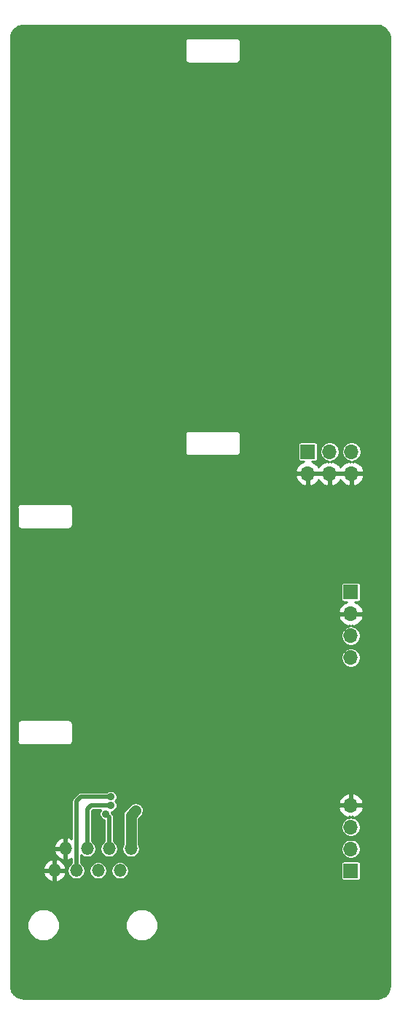
<source format=gbr>
G04 #@! TF.GenerationSoftware,KiCad,Pcbnew,5.0.2-bee76a0~70~ubuntu18.04.1*
G04 #@! TF.CreationDate,2019-09-06T11:27:55+02:00*
G04 #@! TF.ProjectId,sensor_board,73656e73-6f72-45f6-926f-6172642e6b69,1.0*
G04 #@! TF.SameCoordinates,Original*
G04 #@! TF.FileFunction,Copper,L4,Bot*
G04 #@! TF.FilePolarity,Positive*
%FSLAX46Y46*%
G04 Gerber Fmt 4.6, Leading zero omitted, Abs format (unit mm)*
G04 Created by KiCad (PCBNEW 5.0.2-bee76a0~70~ubuntu18.04.1) date vie 06 sep 2019 11:27:55 CEST*
%MOMM*%
%LPD*%
G01*
G04 APERTURE LIST*
G04 #@! TA.AperFunction,ComponentPad*
%ADD10O,1.700000X1.700000*%
G04 #@! TD*
G04 #@! TA.AperFunction,ComponentPad*
%ADD11R,1.700000X1.700000*%
G04 #@! TD*
G04 #@! TA.AperFunction,ComponentPad*
%ADD12O,1.496060X1.496060*%
G04 #@! TD*
G04 #@! TA.AperFunction,ViaPad*
%ADD13C,0.876300*%
G04 #@! TD*
G04 #@! TA.AperFunction,Conductor*
%ADD14C,1.270000*%
G04 #@! TD*
G04 #@! TA.AperFunction,Conductor*
%ADD15C,0.508000*%
G04 #@! TD*
G04 #@! TA.AperFunction,Conductor*
%ADD16C,0.254000*%
G04 #@! TD*
G04 APERTURE END LIST*
D10*
G04 #@! TO.P,J2,4*
G04 #@! TO.N,/RXD2*
X155000000Y-118920000D03*
G04 #@! TO.P,J2,3*
G04 #@! TO.N,/TXD2*
X155000000Y-116380000D03*
G04 #@! TO.P,J2,2*
G04 #@! TO.N,GND*
X155000000Y-113840000D03*
D11*
G04 #@! TO.P,J2,1*
G04 #@! TO.N,+5V*
X155000000Y-111300000D03*
G04 #@! TD*
G04 #@! TO.P,J3,1*
G04 #@! TO.N,+3V3*
X155000000Y-143700000D03*
D10*
G04 #@! TO.P,J3,2*
G04 #@! TO.N,/I2C_SCL*
X155000000Y-141160000D03*
G04 #@! TO.P,J3,3*
G04 #@! TO.N,/I2C_SDA*
X155000000Y-138620000D03*
G04 #@! TO.P,J3,4*
G04 #@! TO.N,GND*
X155000000Y-136080000D03*
G04 #@! TD*
D12*
G04 #@! TO.P,J4,8*
G04 #@! TO.N,+5V*
X129445000Y-141110000D03*
G04 #@! TO.P,J4,7*
G04 #@! TO.N,+3V3*
X128175000Y-143650000D03*
G04 #@! TO.P,J4,6*
G04 #@! TO.N,/I2C_SDA*
X126905000Y-141110000D03*
G04 #@! TO.P,J4,4*
G04 #@! TO.N,/RXD2*
X124365000Y-141110000D03*
G04 #@! TO.P,J4,2*
G04 #@! TO.N,GND*
X121825000Y-141110000D03*
G04 #@! TO.P,J4,5*
G04 #@! TO.N,/I2C_SCL*
X125635000Y-143650000D03*
G04 #@! TO.P,J4,3*
G04 #@! TO.N,/TXD2*
X123095000Y-143650000D03*
G04 #@! TO.P,J4,1*
G04 #@! TO.N,GND*
X120555000Y-143650000D03*
G04 #@! TD*
D11*
G04 #@! TO.P,J5,1*
G04 #@! TO.N,+5V*
X150000000Y-95000000D03*
D10*
G04 #@! TO.P,J5,2*
G04 #@! TO.N,GND*
X150000000Y-97540000D03*
G04 #@! TO.P,J5,3*
G04 #@! TO.N,/I2C_SDA*
X152540000Y-95000000D03*
G04 #@! TO.P,J5,4*
G04 #@! TO.N,GND*
X152540000Y-97540000D03*
G04 #@! TO.P,J5,5*
G04 #@! TO.N,/I2C_SCL*
X155080000Y-95000000D03*
G04 #@! TO.P,J5,6*
G04 #@! TO.N,GND*
X155080000Y-97540000D03*
G04 #@! TD*
D13*
G04 #@! TO.N,+5V*
X130000000Y-136700000D03*
G04 #@! TO.N,/RXD2*
X127119150Y-136100000D03*
G04 #@! TO.N,/TXD2*
X127119150Y-135096697D03*
G04 #@! TO.N,/I2C_SDA*
X126500000Y-137080850D03*
G04 #@! TD*
D14*
G04 #@! TO.N,+5V*
X129445000Y-141110000D02*
X129445000Y-137255000D01*
X129445000Y-137255000D02*
X130000000Y-136700000D01*
D15*
G04 #@! TO.N,/RXD2*
X124365000Y-141110000D02*
X124365000Y-136535000D01*
X124365000Y-136535000D02*
X124800000Y-136100000D01*
X124800000Y-136100000D02*
X127119150Y-136100000D01*
G04 #@! TO.N,/TXD2*
X123095000Y-143650000D02*
X123095000Y-135605000D01*
X123095000Y-135605000D02*
X123603303Y-135096697D01*
X123603303Y-135096697D02*
X127119150Y-135096697D01*
G04 #@! TO.N,/I2C_SDA*
X126905000Y-141110000D02*
X126905000Y-137485850D01*
X126905000Y-137485850D02*
X126500000Y-137080850D01*
G04 #@! TD*
D16*
G04 #@! TO.N,GND*
G36*
X158428101Y-45536003D02*
X158821792Y-45715003D01*
X159149416Y-45997303D01*
X159384640Y-46360210D01*
X159513207Y-46790109D01*
X159530100Y-47017437D01*
X159530101Y-156966518D01*
X159463997Y-157428101D01*
X159284997Y-157821793D01*
X159002699Y-158149415D01*
X158639792Y-158384639D01*
X158209891Y-158513207D01*
X157982563Y-158530100D01*
X117033475Y-158530100D01*
X116571899Y-158463997D01*
X116178207Y-158284997D01*
X115850585Y-158002699D01*
X115615361Y-157639792D01*
X115486793Y-157209891D01*
X115469900Y-156982563D01*
X115469900Y-149626377D01*
X117406670Y-149626377D01*
X117406670Y-150373623D01*
X117692628Y-151063989D01*
X118221011Y-151592372D01*
X118911377Y-151878330D01*
X119658623Y-151878330D01*
X120348989Y-151592372D01*
X120877372Y-151063989D01*
X121163330Y-150373623D01*
X121163330Y-149626377D01*
X128836670Y-149626377D01*
X128836670Y-150373623D01*
X129122628Y-151063989D01*
X129651011Y-151592372D01*
X130341377Y-151878330D01*
X131088623Y-151878330D01*
X131778989Y-151592372D01*
X132307372Y-151063989D01*
X132593330Y-150373623D01*
X132593330Y-149626377D01*
X132307372Y-148936011D01*
X131778989Y-148407628D01*
X131088623Y-148121670D01*
X130341377Y-148121670D01*
X129651011Y-148407628D01*
X129122628Y-148936011D01*
X128836670Y-149626377D01*
X121163330Y-149626377D01*
X120877372Y-148936011D01*
X120348989Y-148407628D01*
X119658623Y-148121670D01*
X118911377Y-148121670D01*
X118221011Y-148407628D01*
X117692628Y-148936011D01*
X117406670Y-149626377D01*
X115469900Y-149626377D01*
X115469900Y-143990876D01*
X119214636Y-143990876D01*
X119366176Y-144356751D01*
X119727132Y-144757896D01*
X120214123Y-144990374D01*
X120428000Y-144868447D01*
X120428000Y-143777000D01*
X120682000Y-143777000D01*
X120682000Y-144868447D01*
X120895877Y-144990374D01*
X121382868Y-144757896D01*
X121743824Y-144356751D01*
X121895364Y-143990876D01*
X121772675Y-143777000D01*
X120682000Y-143777000D01*
X120428000Y-143777000D01*
X119337325Y-143777000D01*
X119214636Y-143990876D01*
X115469900Y-143990876D01*
X115469900Y-143309124D01*
X119214636Y-143309124D01*
X119337325Y-143523000D01*
X120428000Y-143523000D01*
X120428000Y-142431553D01*
X120682000Y-142431553D01*
X120682000Y-143523000D01*
X121772675Y-143523000D01*
X121895364Y-143309124D01*
X121743824Y-142943249D01*
X121382868Y-142542104D01*
X120895877Y-142309626D01*
X120682000Y-142431553D01*
X120428000Y-142431553D01*
X120214123Y-142309626D01*
X119727132Y-142542104D01*
X119366176Y-142943249D01*
X119214636Y-143309124D01*
X115469900Y-143309124D01*
X115469900Y-141450876D01*
X120484636Y-141450876D01*
X120636176Y-141816751D01*
X120997132Y-142217896D01*
X121484123Y-142450374D01*
X121698000Y-142328447D01*
X121698000Y-141237000D01*
X120607325Y-141237000D01*
X120484636Y-141450876D01*
X115469900Y-141450876D01*
X115469900Y-140769124D01*
X120484636Y-140769124D01*
X120607325Y-140983000D01*
X121698000Y-140983000D01*
X121698000Y-139891553D01*
X121952000Y-139891553D01*
X121952000Y-140983000D01*
X121972000Y-140983000D01*
X121972000Y-141237000D01*
X121952000Y-141237000D01*
X121952000Y-142328447D01*
X122165877Y-142450374D01*
X122561600Y-142261465D01*
X122561600Y-142770728D01*
X122354265Y-142909265D01*
X122127183Y-143249117D01*
X122047442Y-143650000D01*
X122127183Y-144050883D01*
X122354265Y-144390735D01*
X122694117Y-144617817D01*
X122993810Y-144677430D01*
X123196190Y-144677430D01*
X123495883Y-144617817D01*
X123835735Y-144390735D01*
X124062817Y-144050883D01*
X124142558Y-143650000D01*
X124587442Y-143650000D01*
X124667183Y-144050883D01*
X124894265Y-144390735D01*
X125234117Y-144617817D01*
X125533810Y-144677430D01*
X125736190Y-144677430D01*
X126035883Y-144617817D01*
X126375735Y-144390735D01*
X126602817Y-144050883D01*
X126682558Y-143650000D01*
X127127442Y-143650000D01*
X127207183Y-144050883D01*
X127434265Y-144390735D01*
X127774117Y-144617817D01*
X128073810Y-144677430D01*
X128276190Y-144677430D01*
X128575883Y-144617817D01*
X128915735Y-144390735D01*
X129142817Y-144050883D01*
X129222558Y-143650000D01*
X129142817Y-143249117D01*
X128915735Y-142909265D01*
X128827039Y-142850000D01*
X153865127Y-142850000D01*
X153865127Y-144550000D01*
X153886812Y-144659016D01*
X153948564Y-144751436D01*
X154040984Y-144813188D01*
X154150000Y-144834873D01*
X155850000Y-144834873D01*
X155959016Y-144813188D01*
X156051436Y-144751436D01*
X156113188Y-144659016D01*
X156134873Y-144550000D01*
X156134873Y-142850000D01*
X156113188Y-142740984D01*
X156051436Y-142648564D01*
X155959016Y-142586812D01*
X155850000Y-142565127D01*
X154150000Y-142565127D01*
X154040984Y-142586812D01*
X153948564Y-142648564D01*
X153886812Y-142740984D01*
X153865127Y-142850000D01*
X128827039Y-142850000D01*
X128575883Y-142682183D01*
X128276190Y-142622570D01*
X128073810Y-142622570D01*
X127774117Y-142682183D01*
X127434265Y-142909265D01*
X127207183Y-143249117D01*
X127127442Y-143650000D01*
X126682558Y-143650000D01*
X126602817Y-143249117D01*
X126375735Y-142909265D01*
X126035883Y-142682183D01*
X125736190Y-142622570D01*
X125533810Y-142622570D01*
X125234117Y-142682183D01*
X124894265Y-142909265D01*
X124667183Y-143249117D01*
X124587442Y-143650000D01*
X124142558Y-143650000D01*
X124062817Y-143249117D01*
X123835735Y-142909265D01*
X123628400Y-142770728D01*
X123628400Y-141853498D01*
X123964117Y-142077817D01*
X124263810Y-142137430D01*
X124466190Y-142137430D01*
X124765883Y-142077817D01*
X125105735Y-141850735D01*
X125332817Y-141510883D01*
X125412558Y-141110000D01*
X125332817Y-140709117D01*
X125105735Y-140369265D01*
X124898400Y-140230728D01*
X124898400Y-136755940D01*
X125020941Y-136633400D01*
X125932680Y-136633400D01*
X125891690Y-136674390D01*
X125782450Y-136938120D01*
X125782450Y-137223580D01*
X125891690Y-137487310D01*
X126093540Y-137689160D01*
X126357270Y-137798400D01*
X126371601Y-137798400D01*
X126371600Y-140230728D01*
X126164265Y-140369265D01*
X125937183Y-140709117D01*
X125857442Y-141110000D01*
X125937183Y-141510883D01*
X126164265Y-141850735D01*
X126504117Y-142077817D01*
X126803810Y-142137430D01*
X127006190Y-142137430D01*
X127305883Y-142077817D01*
X127645735Y-141850735D01*
X127872817Y-141510883D01*
X127952558Y-141110000D01*
X128397442Y-141110000D01*
X128477183Y-141510883D01*
X128704265Y-141850735D01*
X129044117Y-142077817D01*
X129343810Y-142137430D01*
X129546190Y-142137430D01*
X129845883Y-142077817D01*
X130185735Y-141850735D01*
X130412817Y-141510883D01*
X130482612Y-141160000D01*
X153848474Y-141160000D01*
X153936129Y-141600670D01*
X154185748Y-141974252D01*
X154559330Y-142223871D01*
X154888765Y-142289400D01*
X155111235Y-142289400D01*
X155440670Y-142223871D01*
X155814252Y-141974252D01*
X156063871Y-141600670D01*
X156151526Y-141160000D01*
X156063871Y-140719330D01*
X155814252Y-140345748D01*
X155440670Y-140096129D01*
X155111235Y-140030600D01*
X154888765Y-140030600D01*
X154559330Y-140096129D01*
X154185748Y-140345748D01*
X153936129Y-140719330D01*
X153848474Y-141160000D01*
X130482612Y-141160000D01*
X130492558Y-141110000D01*
X130412817Y-140709117D01*
X130359400Y-140629173D01*
X130359400Y-137633756D01*
X130710260Y-137282896D01*
X130861346Y-137056781D01*
X130932314Y-136700000D01*
X130879979Y-136436890D01*
X153558524Y-136436890D01*
X153728355Y-136846924D01*
X154118642Y-137275183D01*
X154643108Y-137521486D01*
X154872998Y-137400820D01*
X154872998Y-137493736D01*
X154559330Y-137556129D01*
X154185748Y-137805748D01*
X153936129Y-138179330D01*
X153848474Y-138620000D01*
X153936129Y-139060670D01*
X154185748Y-139434252D01*
X154559330Y-139683871D01*
X154888765Y-139749400D01*
X155111235Y-139749400D01*
X155440670Y-139683871D01*
X155814252Y-139434252D01*
X156063871Y-139060670D01*
X156151526Y-138620000D01*
X156063871Y-138179330D01*
X155814252Y-137805748D01*
X155440670Y-137556129D01*
X155127002Y-137493736D01*
X155127002Y-137400820D01*
X155356892Y-137521486D01*
X155881358Y-137275183D01*
X156271645Y-136846924D01*
X156441476Y-136436890D01*
X156320155Y-136207000D01*
X155127000Y-136207000D01*
X155127000Y-136227000D01*
X154873000Y-136227000D01*
X154873000Y-136207000D01*
X153679845Y-136207000D01*
X153558524Y-136436890D01*
X130879979Y-136436890D01*
X130861346Y-136343219D01*
X130659245Y-136040755D01*
X130356781Y-135838654D01*
X130000000Y-135767686D01*
X129643219Y-135838654D01*
X129417104Y-135989740D01*
X128862106Y-136544738D01*
X128785755Y-136595754D01*
X128583655Y-136898219D01*
X128512686Y-137255000D01*
X128530601Y-137345063D01*
X128530600Y-140629173D01*
X128477183Y-140709117D01*
X128397442Y-141110000D01*
X127952558Y-141110000D01*
X127872817Y-140709117D01*
X127645735Y-140369265D01*
X127438400Y-140230728D01*
X127438400Y-137538375D01*
X127448848Y-137485849D01*
X127438400Y-137433323D01*
X127438400Y-137433319D01*
X127407451Y-137277728D01*
X127371270Y-137223580D01*
X127319315Y-137145823D01*
X127319313Y-137145821D01*
X127289559Y-137101291D01*
X127245028Y-137071536D01*
X127217550Y-137044058D01*
X127217550Y-136938120D01*
X127167609Y-136817550D01*
X127261880Y-136817550D01*
X127525610Y-136708310D01*
X127727460Y-136506460D01*
X127836700Y-136242730D01*
X127836700Y-135957270D01*
X127739709Y-135723110D01*
X153558524Y-135723110D01*
X153679845Y-135953000D01*
X154873000Y-135953000D01*
X154873000Y-134759181D01*
X155127000Y-134759181D01*
X155127000Y-135953000D01*
X156320155Y-135953000D01*
X156441476Y-135723110D01*
X156271645Y-135313076D01*
X155881358Y-134884817D01*
X155356892Y-134638514D01*
X155127000Y-134759181D01*
X154873000Y-134759181D01*
X154643108Y-134638514D01*
X154118642Y-134884817D01*
X153728355Y-135313076D01*
X153558524Y-135723110D01*
X127739709Y-135723110D01*
X127727460Y-135693540D01*
X127632269Y-135598349D01*
X127727460Y-135503157D01*
X127836700Y-135239427D01*
X127836700Y-134953967D01*
X127727460Y-134690237D01*
X127525610Y-134488387D01*
X127261880Y-134379147D01*
X126976420Y-134379147D01*
X126712690Y-134488387D01*
X126637780Y-134563297D01*
X123655829Y-134563297D01*
X123603303Y-134552849D01*
X123550777Y-134563297D01*
X123550772Y-134563297D01*
X123395181Y-134594246D01*
X123218744Y-134712138D01*
X123188987Y-134756672D01*
X122754975Y-135190685D01*
X122710442Y-135220441D01*
X122680686Y-135264974D01*
X122680685Y-135264975D01*
X122592550Y-135396878D01*
X122551152Y-135605000D01*
X122561601Y-135657531D01*
X122561600Y-139958535D01*
X122165877Y-139769626D01*
X121952000Y-139891553D01*
X121698000Y-139891553D01*
X121484123Y-139769626D01*
X120997132Y-140002104D01*
X120636176Y-140403249D01*
X120484636Y-140769124D01*
X115469900Y-140769124D01*
X115469900Y-126600000D01*
X116220895Y-126600000D01*
X116230100Y-126646277D01*
X116230101Y-128553719D01*
X116220895Y-128600000D01*
X116257365Y-128783346D01*
X116361222Y-128938778D01*
X116516654Y-129042635D01*
X116653724Y-129069900D01*
X116700000Y-129079105D01*
X116746276Y-129069900D01*
X122153724Y-129069900D01*
X122200000Y-129079105D01*
X122246276Y-129069900D01*
X122383346Y-129042635D01*
X122538778Y-128938778D01*
X122642635Y-128783346D01*
X122679105Y-128600000D01*
X122669900Y-128553724D01*
X122669900Y-126646276D01*
X122679105Y-126600000D01*
X122642635Y-126416654D01*
X122538778Y-126261222D01*
X122383346Y-126157365D01*
X122246276Y-126130100D01*
X122200000Y-126120895D01*
X122153724Y-126130100D01*
X116746276Y-126130100D01*
X116700000Y-126120895D01*
X116653724Y-126130100D01*
X116516654Y-126157365D01*
X116361222Y-126261222D01*
X116257365Y-126416654D01*
X116220895Y-126600000D01*
X115469900Y-126600000D01*
X115469900Y-118920000D01*
X153848474Y-118920000D01*
X153936129Y-119360670D01*
X154185748Y-119734252D01*
X154559330Y-119983871D01*
X154888765Y-120049400D01*
X155111235Y-120049400D01*
X155440670Y-119983871D01*
X155814252Y-119734252D01*
X156063871Y-119360670D01*
X156151526Y-118920000D01*
X156063871Y-118479330D01*
X155814252Y-118105748D01*
X155440670Y-117856129D01*
X155111235Y-117790600D01*
X154888765Y-117790600D01*
X154559330Y-117856129D01*
X154185748Y-118105748D01*
X153936129Y-118479330D01*
X153848474Y-118920000D01*
X115469900Y-118920000D01*
X115469900Y-114196890D01*
X153558524Y-114196890D01*
X153728355Y-114606924D01*
X154118642Y-115035183D01*
X154643108Y-115281486D01*
X154872998Y-115160820D01*
X154872998Y-115253736D01*
X154559330Y-115316129D01*
X154185748Y-115565748D01*
X153936129Y-115939330D01*
X153848474Y-116380000D01*
X153936129Y-116820670D01*
X154185748Y-117194252D01*
X154559330Y-117443871D01*
X154888765Y-117509400D01*
X155111235Y-117509400D01*
X155440670Y-117443871D01*
X155814252Y-117194252D01*
X156063871Y-116820670D01*
X156151526Y-116380000D01*
X156063871Y-115939330D01*
X155814252Y-115565748D01*
X155440670Y-115316129D01*
X155127002Y-115253736D01*
X155127002Y-115160820D01*
X155356892Y-115281486D01*
X155881358Y-115035183D01*
X156271645Y-114606924D01*
X156441476Y-114196890D01*
X156320155Y-113967000D01*
X155127000Y-113967000D01*
X155127000Y-113987000D01*
X154873000Y-113987000D01*
X154873000Y-113967000D01*
X153679845Y-113967000D01*
X153558524Y-114196890D01*
X115469900Y-114196890D01*
X115469900Y-113483110D01*
X153558524Y-113483110D01*
X153679845Y-113713000D01*
X154873000Y-113713000D01*
X154873000Y-113693000D01*
X155127000Y-113693000D01*
X155127000Y-113713000D01*
X156320155Y-113713000D01*
X156441476Y-113483110D01*
X156271645Y-113073076D01*
X155881358Y-112644817D01*
X155434313Y-112434873D01*
X155850000Y-112434873D01*
X155959016Y-112413188D01*
X156051436Y-112351436D01*
X156113188Y-112259016D01*
X156134873Y-112150000D01*
X156134873Y-110450000D01*
X156113188Y-110340984D01*
X156051436Y-110248564D01*
X155959016Y-110186812D01*
X155850000Y-110165127D01*
X154150000Y-110165127D01*
X154040984Y-110186812D01*
X153948564Y-110248564D01*
X153886812Y-110340984D01*
X153865127Y-110450000D01*
X153865127Y-112150000D01*
X153886812Y-112259016D01*
X153948564Y-112351436D01*
X154040984Y-112413188D01*
X154150000Y-112434873D01*
X154565687Y-112434873D01*
X154118642Y-112644817D01*
X153728355Y-113073076D01*
X153558524Y-113483110D01*
X115469900Y-113483110D01*
X115469900Y-101500000D01*
X116220895Y-101500000D01*
X116230100Y-101546277D01*
X116230101Y-103453719D01*
X116220895Y-103500000D01*
X116257365Y-103683346D01*
X116361222Y-103838778D01*
X116516654Y-103942635D01*
X116653724Y-103969900D01*
X116700000Y-103979105D01*
X116746276Y-103969900D01*
X122153724Y-103969900D01*
X122200000Y-103979105D01*
X122246276Y-103969900D01*
X122383346Y-103942635D01*
X122538778Y-103838778D01*
X122642635Y-103683346D01*
X122679105Y-103500000D01*
X122669900Y-103453724D01*
X122669900Y-101546276D01*
X122679105Y-101500000D01*
X122642635Y-101316654D01*
X122538778Y-101161222D01*
X122383346Y-101057365D01*
X122246276Y-101030100D01*
X122200000Y-101020895D01*
X122153724Y-101030100D01*
X116746276Y-101030100D01*
X116700000Y-101020895D01*
X116653724Y-101030100D01*
X116516654Y-101057365D01*
X116361222Y-101161222D01*
X116257365Y-101316654D01*
X116220895Y-101500000D01*
X115469900Y-101500000D01*
X115469900Y-97896892D01*
X148558514Y-97896892D01*
X148804817Y-98421358D01*
X149233076Y-98811645D01*
X149643110Y-98981476D01*
X149873000Y-98860155D01*
X149873000Y-97667000D01*
X150127000Y-97667000D01*
X150127000Y-98860155D01*
X150356890Y-98981476D01*
X150766924Y-98811645D01*
X151195183Y-98421358D01*
X151270000Y-98262046D01*
X151344817Y-98421358D01*
X151773076Y-98811645D01*
X152183110Y-98981476D01*
X152413000Y-98860155D01*
X152413000Y-97667000D01*
X152667000Y-97667000D01*
X152667000Y-98860155D01*
X152896890Y-98981476D01*
X153306924Y-98811645D01*
X153735183Y-98421358D01*
X153810000Y-98262046D01*
X153884817Y-98421358D01*
X154313076Y-98811645D01*
X154723110Y-98981476D01*
X154953000Y-98860155D01*
X154953000Y-97667000D01*
X155207000Y-97667000D01*
X155207000Y-98860155D01*
X155436890Y-98981476D01*
X155846924Y-98811645D01*
X156275183Y-98421358D01*
X156521486Y-97896892D01*
X156400819Y-97667000D01*
X155207000Y-97667000D01*
X154953000Y-97667000D01*
X152667000Y-97667000D01*
X152413000Y-97667000D01*
X150127000Y-97667000D01*
X149873000Y-97667000D01*
X148679181Y-97667000D01*
X148558514Y-97896892D01*
X115469900Y-97896892D01*
X115469900Y-97183108D01*
X148558514Y-97183108D01*
X148679181Y-97413000D01*
X149873000Y-97413000D01*
X149873000Y-97393000D01*
X150127000Y-97393000D01*
X150127000Y-97413000D01*
X152413000Y-97413000D01*
X152413000Y-97393000D01*
X152667000Y-97393000D01*
X152667000Y-97413000D01*
X154953000Y-97413000D01*
X154953000Y-97393000D01*
X155207000Y-97393000D01*
X155207000Y-97413000D01*
X156400819Y-97413000D01*
X156521486Y-97183108D01*
X156275183Y-96658642D01*
X155846924Y-96268355D01*
X155436890Y-96098524D01*
X155207002Y-96219844D01*
X155207002Y-96126264D01*
X155520670Y-96063871D01*
X155894252Y-95814252D01*
X156143871Y-95440670D01*
X156231526Y-95000000D01*
X156143871Y-94559330D01*
X155894252Y-94185748D01*
X155520670Y-93936129D01*
X155191235Y-93870600D01*
X154968765Y-93870600D01*
X154639330Y-93936129D01*
X154265748Y-94185748D01*
X154016129Y-94559330D01*
X153928474Y-95000000D01*
X154016129Y-95440670D01*
X154265748Y-95814252D01*
X154639330Y-96063871D01*
X154952998Y-96126264D01*
X154952998Y-96219844D01*
X154723110Y-96098524D01*
X154313076Y-96268355D01*
X153884817Y-96658642D01*
X153810000Y-96817954D01*
X153735183Y-96658642D01*
X153306924Y-96268355D01*
X152896890Y-96098524D01*
X152667002Y-96219844D01*
X152667002Y-96126264D01*
X152980670Y-96063871D01*
X153354252Y-95814252D01*
X153603871Y-95440670D01*
X153691526Y-95000000D01*
X153603871Y-94559330D01*
X153354252Y-94185748D01*
X152980670Y-93936129D01*
X152651235Y-93870600D01*
X152428765Y-93870600D01*
X152099330Y-93936129D01*
X151725748Y-94185748D01*
X151476129Y-94559330D01*
X151388474Y-95000000D01*
X151476129Y-95440670D01*
X151725748Y-95814252D01*
X152099330Y-96063871D01*
X152412998Y-96126264D01*
X152412998Y-96219844D01*
X152183110Y-96098524D01*
X151773076Y-96268355D01*
X151344817Y-96658642D01*
X151270000Y-96817954D01*
X151195183Y-96658642D01*
X150766924Y-96268355D01*
X150444650Y-96134873D01*
X150850000Y-96134873D01*
X150959016Y-96113188D01*
X151051436Y-96051436D01*
X151113188Y-95959016D01*
X151134873Y-95850000D01*
X151134873Y-94150000D01*
X151113188Y-94040984D01*
X151051436Y-93948564D01*
X150959016Y-93886812D01*
X150850000Y-93865127D01*
X149150000Y-93865127D01*
X149040984Y-93886812D01*
X148948564Y-93948564D01*
X148886812Y-94040984D01*
X148865127Y-94150000D01*
X148865127Y-95850000D01*
X148886812Y-95959016D01*
X148948564Y-96051436D01*
X149040984Y-96113188D01*
X149150000Y-96134873D01*
X149555350Y-96134873D01*
X149233076Y-96268355D01*
X148804817Y-96658642D01*
X148558514Y-97183108D01*
X115469900Y-97183108D01*
X115469900Y-93000000D01*
X135720895Y-93000000D01*
X135730100Y-93046277D01*
X135730101Y-94953719D01*
X135720895Y-95000000D01*
X135757365Y-95183346D01*
X135861222Y-95338778D01*
X136016654Y-95442635D01*
X136153724Y-95469900D01*
X136200000Y-95479105D01*
X136246276Y-95469900D01*
X141653724Y-95469900D01*
X141700000Y-95479105D01*
X141746276Y-95469900D01*
X141883346Y-95442635D01*
X142038778Y-95338778D01*
X142142635Y-95183346D01*
X142179105Y-95000000D01*
X142169900Y-94953724D01*
X142169900Y-93046276D01*
X142179105Y-93000000D01*
X142142635Y-92816654D01*
X142038778Y-92661222D01*
X141883346Y-92557365D01*
X141746276Y-92530100D01*
X141700000Y-92520895D01*
X141653724Y-92530100D01*
X136246276Y-92530100D01*
X136200000Y-92520895D01*
X136153724Y-92530100D01*
X136016654Y-92557365D01*
X135861222Y-92661222D01*
X135757365Y-92816654D01*
X135720895Y-93000000D01*
X115469900Y-93000000D01*
X115469900Y-47400000D01*
X135720895Y-47400000D01*
X135730100Y-47446277D01*
X135730101Y-49353719D01*
X135720895Y-49400000D01*
X135757365Y-49583346D01*
X135861222Y-49738778D01*
X136016654Y-49842635D01*
X136153724Y-49869900D01*
X136200000Y-49879105D01*
X136246276Y-49869900D01*
X141653724Y-49869900D01*
X141700000Y-49879105D01*
X141746276Y-49869900D01*
X141883346Y-49842635D01*
X142038778Y-49738778D01*
X142142635Y-49583346D01*
X142179105Y-49400000D01*
X142169900Y-49353724D01*
X142169900Y-47446276D01*
X142179105Y-47400000D01*
X142142635Y-47216654D01*
X142038778Y-47061222D01*
X141883346Y-46957365D01*
X141746276Y-46930100D01*
X141700000Y-46920895D01*
X141653724Y-46930100D01*
X136246276Y-46930100D01*
X136200000Y-46920895D01*
X136153724Y-46930100D01*
X136016654Y-46957365D01*
X135861222Y-47061222D01*
X135757365Y-47216654D01*
X135720895Y-47400000D01*
X115469900Y-47400000D01*
X115469900Y-47033475D01*
X115536003Y-46571899D01*
X115715003Y-46178208D01*
X115997303Y-45850584D01*
X116360210Y-45615360D01*
X116790109Y-45486793D01*
X117017437Y-45469900D01*
X157966525Y-45469900D01*
X158428101Y-45536003D01*
X158428101Y-45536003D01*
G37*
X158428101Y-45536003D02*
X158821792Y-45715003D01*
X159149416Y-45997303D01*
X159384640Y-46360210D01*
X159513207Y-46790109D01*
X159530100Y-47017437D01*
X159530101Y-156966518D01*
X159463997Y-157428101D01*
X159284997Y-157821793D01*
X159002699Y-158149415D01*
X158639792Y-158384639D01*
X158209891Y-158513207D01*
X157982563Y-158530100D01*
X117033475Y-158530100D01*
X116571899Y-158463997D01*
X116178207Y-158284997D01*
X115850585Y-158002699D01*
X115615361Y-157639792D01*
X115486793Y-157209891D01*
X115469900Y-156982563D01*
X115469900Y-149626377D01*
X117406670Y-149626377D01*
X117406670Y-150373623D01*
X117692628Y-151063989D01*
X118221011Y-151592372D01*
X118911377Y-151878330D01*
X119658623Y-151878330D01*
X120348989Y-151592372D01*
X120877372Y-151063989D01*
X121163330Y-150373623D01*
X121163330Y-149626377D01*
X128836670Y-149626377D01*
X128836670Y-150373623D01*
X129122628Y-151063989D01*
X129651011Y-151592372D01*
X130341377Y-151878330D01*
X131088623Y-151878330D01*
X131778989Y-151592372D01*
X132307372Y-151063989D01*
X132593330Y-150373623D01*
X132593330Y-149626377D01*
X132307372Y-148936011D01*
X131778989Y-148407628D01*
X131088623Y-148121670D01*
X130341377Y-148121670D01*
X129651011Y-148407628D01*
X129122628Y-148936011D01*
X128836670Y-149626377D01*
X121163330Y-149626377D01*
X120877372Y-148936011D01*
X120348989Y-148407628D01*
X119658623Y-148121670D01*
X118911377Y-148121670D01*
X118221011Y-148407628D01*
X117692628Y-148936011D01*
X117406670Y-149626377D01*
X115469900Y-149626377D01*
X115469900Y-143990876D01*
X119214636Y-143990876D01*
X119366176Y-144356751D01*
X119727132Y-144757896D01*
X120214123Y-144990374D01*
X120428000Y-144868447D01*
X120428000Y-143777000D01*
X120682000Y-143777000D01*
X120682000Y-144868447D01*
X120895877Y-144990374D01*
X121382868Y-144757896D01*
X121743824Y-144356751D01*
X121895364Y-143990876D01*
X121772675Y-143777000D01*
X120682000Y-143777000D01*
X120428000Y-143777000D01*
X119337325Y-143777000D01*
X119214636Y-143990876D01*
X115469900Y-143990876D01*
X115469900Y-143309124D01*
X119214636Y-143309124D01*
X119337325Y-143523000D01*
X120428000Y-143523000D01*
X120428000Y-142431553D01*
X120682000Y-142431553D01*
X120682000Y-143523000D01*
X121772675Y-143523000D01*
X121895364Y-143309124D01*
X121743824Y-142943249D01*
X121382868Y-142542104D01*
X120895877Y-142309626D01*
X120682000Y-142431553D01*
X120428000Y-142431553D01*
X120214123Y-142309626D01*
X119727132Y-142542104D01*
X119366176Y-142943249D01*
X119214636Y-143309124D01*
X115469900Y-143309124D01*
X115469900Y-141450876D01*
X120484636Y-141450876D01*
X120636176Y-141816751D01*
X120997132Y-142217896D01*
X121484123Y-142450374D01*
X121698000Y-142328447D01*
X121698000Y-141237000D01*
X120607325Y-141237000D01*
X120484636Y-141450876D01*
X115469900Y-141450876D01*
X115469900Y-140769124D01*
X120484636Y-140769124D01*
X120607325Y-140983000D01*
X121698000Y-140983000D01*
X121698000Y-139891553D01*
X121952000Y-139891553D01*
X121952000Y-140983000D01*
X121972000Y-140983000D01*
X121972000Y-141237000D01*
X121952000Y-141237000D01*
X121952000Y-142328447D01*
X122165877Y-142450374D01*
X122561600Y-142261465D01*
X122561600Y-142770728D01*
X122354265Y-142909265D01*
X122127183Y-143249117D01*
X122047442Y-143650000D01*
X122127183Y-144050883D01*
X122354265Y-144390735D01*
X122694117Y-144617817D01*
X122993810Y-144677430D01*
X123196190Y-144677430D01*
X123495883Y-144617817D01*
X123835735Y-144390735D01*
X124062817Y-144050883D01*
X124142558Y-143650000D01*
X124587442Y-143650000D01*
X124667183Y-144050883D01*
X124894265Y-144390735D01*
X125234117Y-144617817D01*
X125533810Y-144677430D01*
X125736190Y-144677430D01*
X126035883Y-144617817D01*
X126375735Y-144390735D01*
X126602817Y-144050883D01*
X126682558Y-143650000D01*
X127127442Y-143650000D01*
X127207183Y-144050883D01*
X127434265Y-144390735D01*
X127774117Y-144617817D01*
X128073810Y-144677430D01*
X128276190Y-144677430D01*
X128575883Y-144617817D01*
X128915735Y-144390735D01*
X129142817Y-144050883D01*
X129222558Y-143650000D01*
X129142817Y-143249117D01*
X128915735Y-142909265D01*
X128827039Y-142850000D01*
X153865127Y-142850000D01*
X153865127Y-144550000D01*
X153886812Y-144659016D01*
X153948564Y-144751436D01*
X154040984Y-144813188D01*
X154150000Y-144834873D01*
X155850000Y-144834873D01*
X155959016Y-144813188D01*
X156051436Y-144751436D01*
X156113188Y-144659016D01*
X156134873Y-144550000D01*
X156134873Y-142850000D01*
X156113188Y-142740984D01*
X156051436Y-142648564D01*
X155959016Y-142586812D01*
X155850000Y-142565127D01*
X154150000Y-142565127D01*
X154040984Y-142586812D01*
X153948564Y-142648564D01*
X153886812Y-142740984D01*
X153865127Y-142850000D01*
X128827039Y-142850000D01*
X128575883Y-142682183D01*
X128276190Y-142622570D01*
X128073810Y-142622570D01*
X127774117Y-142682183D01*
X127434265Y-142909265D01*
X127207183Y-143249117D01*
X127127442Y-143650000D01*
X126682558Y-143650000D01*
X126602817Y-143249117D01*
X126375735Y-142909265D01*
X126035883Y-142682183D01*
X125736190Y-142622570D01*
X125533810Y-142622570D01*
X125234117Y-142682183D01*
X124894265Y-142909265D01*
X124667183Y-143249117D01*
X124587442Y-143650000D01*
X124142558Y-143650000D01*
X124062817Y-143249117D01*
X123835735Y-142909265D01*
X123628400Y-142770728D01*
X123628400Y-141853498D01*
X123964117Y-142077817D01*
X124263810Y-142137430D01*
X124466190Y-142137430D01*
X124765883Y-142077817D01*
X125105735Y-141850735D01*
X125332817Y-141510883D01*
X125412558Y-141110000D01*
X125332817Y-140709117D01*
X125105735Y-140369265D01*
X124898400Y-140230728D01*
X124898400Y-136755940D01*
X125020941Y-136633400D01*
X125932680Y-136633400D01*
X125891690Y-136674390D01*
X125782450Y-136938120D01*
X125782450Y-137223580D01*
X125891690Y-137487310D01*
X126093540Y-137689160D01*
X126357270Y-137798400D01*
X126371601Y-137798400D01*
X126371600Y-140230728D01*
X126164265Y-140369265D01*
X125937183Y-140709117D01*
X125857442Y-141110000D01*
X125937183Y-141510883D01*
X126164265Y-141850735D01*
X126504117Y-142077817D01*
X126803810Y-142137430D01*
X127006190Y-142137430D01*
X127305883Y-142077817D01*
X127645735Y-141850735D01*
X127872817Y-141510883D01*
X127952558Y-141110000D01*
X128397442Y-141110000D01*
X128477183Y-141510883D01*
X128704265Y-141850735D01*
X129044117Y-142077817D01*
X129343810Y-142137430D01*
X129546190Y-142137430D01*
X129845883Y-142077817D01*
X130185735Y-141850735D01*
X130412817Y-141510883D01*
X130482612Y-141160000D01*
X153848474Y-141160000D01*
X153936129Y-141600670D01*
X154185748Y-141974252D01*
X154559330Y-142223871D01*
X154888765Y-142289400D01*
X155111235Y-142289400D01*
X155440670Y-142223871D01*
X155814252Y-141974252D01*
X156063871Y-141600670D01*
X156151526Y-141160000D01*
X156063871Y-140719330D01*
X155814252Y-140345748D01*
X155440670Y-140096129D01*
X155111235Y-140030600D01*
X154888765Y-140030600D01*
X154559330Y-140096129D01*
X154185748Y-140345748D01*
X153936129Y-140719330D01*
X153848474Y-141160000D01*
X130482612Y-141160000D01*
X130492558Y-141110000D01*
X130412817Y-140709117D01*
X130359400Y-140629173D01*
X130359400Y-137633756D01*
X130710260Y-137282896D01*
X130861346Y-137056781D01*
X130932314Y-136700000D01*
X130879979Y-136436890D01*
X153558524Y-136436890D01*
X153728355Y-136846924D01*
X154118642Y-137275183D01*
X154643108Y-137521486D01*
X154872998Y-137400820D01*
X154872998Y-137493736D01*
X154559330Y-137556129D01*
X154185748Y-137805748D01*
X153936129Y-138179330D01*
X153848474Y-138620000D01*
X153936129Y-139060670D01*
X154185748Y-139434252D01*
X154559330Y-139683871D01*
X154888765Y-139749400D01*
X155111235Y-139749400D01*
X155440670Y-139683871D01*
X155814252Y-139434252D01*
X156063871Y-139060670D01*
X156151526Y-138620000D01*
X156063871Y-138179330D01*
X155814252Y-137805748D01*
X155440670Y-137556129D01*
X155127002Y-137493736D01*
X155127002Y-137400820D01*
X155356892Y-137521486D01*
X155881358Y-137275183D01*
X156271645Y-136846924D01*
X156441476Y-136436890D01*
X156320155Y-136207000D01*
X155127000Y-136207000D01*
X155127000Y-136227000D01*
X154873000Y-136227000D01*
X154873000Y-136207000D01*
X153679845Y-136207000D01*
X153558524Y-136436890D01*
X130879979Y-136436890D01*
X130861346Y-136343219D01*
X130659245Y-136040755D01*
X130356781Y-135838654D01*
X130000000Y-135767686D01*
X129643219Y-135838654D01*
X129417104Y-135989740D01*
X128862106Y-136544738D01*
X128785755Y-136595754D01*
X128583655Y-136898219D01*
X128512686Y-137255000D01*
X128530601Y-137345063D01*
X128530600Y-140629173D01*
X128477183Y-140709117D01*
X128397442Y-141110000D01*
X127952558Y-141110000D01*
X127872817Y-140709117D01*
X127645735Y-140369265D01*
X127438400Y-140230728D01*
X127438400Y-137538375D01*
X127448848Y-137485849D01*
X127438400Y-137433323D01*
X127438400Y-137433319D01*
X127407451Y-137277728D01*
X127371270Y-137223580D01*
X127319315Y-137145823D01*
X127319313Y-137145821D01*
X127289559Y-137101291D01*
X127245028Y-137071536D01*
X127217550Y-137044058D01*
X127217550Y-136938120D01*
X127167609Y-136817550D01*
X127261880Y-136817550D01*
X127525610Y-136708310D01*
X127727460Y-136506460D01*
X127836700Y-136242730D01*
X127836700Y-135957270D01*
X127739709Y-135723110D01*
X153558524Y-135723110D01*
X153679845Y-135953000D01*
X154873000Y-135953000D01*
X154873000Y-134759181D01*
X155127000Y-134759181D01*
X155127000Y-135953000D01*
X156320155Y-135953000D01*
X156441476Y-135723110D01*
X156271645Y-135313076D01*
X155881358Y-134884817D01*
X155356892Y-134638514D01*
X155127000Y-134759181D01*
X154873000Y-134759181D01*
X154643108Y-134638514D01*
X154118642Y-134884817D01*
X153728355Y-135313076D01*
X153558524Y-135723110D01*
X127739709Y-135723110D01*
X127727460Y-135693540D01*
X127632269Y-135598349D01*
X127727460Y-135503157D01*
X127836700Y-135239427D01*
X127836700Y-134953967D01*
X127727460Y-134690237D01*
X127525610Y-134488387D01*
X127261880Y-134379147D01*
X126976420Y-134379147D01*
X126712690Y-134488387D01*
X126637780Y-134563297D01*
X123655829Y-134563297D01*
X123603303Y-134552849D01*
X123550777Y-134563297D01*
X123550772Y-134563297D01*
X123395181Y-134594246D01*
X123218744Y-134712138D01*
X123188987Y-134756672D01*
X122754975Y-135190685D01*
X122710442Y-135220441D01*
X122680686Y-135264974D01*
X122680685Y-135264975D01*
X122592550Y-135396878D01*
X122551152Y-135605000D01*
X122561601Y-135657531D01*
X122561600Y-139958535D01*
X122165877Y-139769626D01*
X121952000Y-139891553D01*
X121698000Y-139891553D01*
X121484123Y-139769626D01*
X120997132Y-140002104D01*
X120636176Y-140403249D01*
X120484636Y-140769124D01*
X115469900Y-140769124D01*
X115469900Y-126600000D01*
X116220895Y-126600000D01*
X116230100Y-126646277D01*
X116230101Y-128553719D01*
X116220895Y-128600000D01*
X116257365Y-128783346D01*
X116361222Y-128938778D01*
X116516654Y-129042635D01*
X116653724Y-129069900D01*
X116700000Y-129079105D01*
X116746276Y-129069900D01*
X122153724Y-129069900D01*
X122200000Y-129079105D01*
X122246276Y-129069900D01*
X122383346Y-129042635D01*
X122538778Y-128938778D01*
X122642635Y-128783346D01*
X122679105Y-128600000D01*
X122669900Y-128553724D01*
X122669900Y-126646276D01*
X122679105Y-126600000D01*
X122642635Y-126416654D01*
X122538778Y-126261222D01*
X122383346Y-126157365D01*
X122246276Y-126130100D01*
X122200000Y-126120895D01*
X122153724Y-126130100D01*
X116746276Y-126130100D01*
X116700000Y-126120895D01*
X116653724Y-126130100D01*
X116516654Y-126157365D01*
X116361222Y-126261222D01*
X116257365Y-126416654D01*
X116220895Y-126600000D01*
X115469900Y-126600000D01*
X115469900Y-118920000D01*
X153848474Y-118920000D01*
X153936129Y-119360670D01*
X154185748Y-119734252D01*
X154559330Y-119983871D01*
X154888765Y-120049400D01*
X155111235Y-120049400D01*
X155440670Y-119983871D01*
X155814252Y-119734252D01*
X156063871Y-119360670D01*
X156151526Y-118920000D01*
X156063871Y-118479330D01*
X155814252Y-118105748D01*
X155440670Y-117856129D01*
X155111235Y-117790600D01*
X154888765Y-117790600D01*
X154559330Y-117856129D01*
X154185748Y-118105748D01*
X153936129Y-118479330D01*
X153848474Y-118920000D01*
X115469900Y-118920000D01*
X115469900Y-114196890D01*
X153558524Y-114196890D01*
X153728355Y-114606924D01*
X154118642Y-115035183D01*
X154643108Y-115281486D01*
X154872998Y-115160820D01*
X154872998Y-115253736D01*
X154559330Y-115316129D01*
X154185748Y-115565748D01*
X153936129Y-115939330D01*
X153848474Y-116380000D01*
X153936129Y-116820670D01*
X154185748Y-117194252D01*
X154559330Y-117443871D01*
X154888765Y-117509400D01*
X155111235Y-117509400D01*
X155440670Y-117443871D01*
X155814252Y-117194252D01*
X156063871Y-116820670D01*
X156151526Y-116380000D01*
X156063871Y-115939330D01*
X155814252Y-115565748D01*
X155440670Y-115316129D01*
X155127002Y-115253736D01*
X155127002Y-115160820D01*
X155356892Y-115281486D01*
X155881358Y-115035183D01*
X156271645Y-114606924D01*
X156441476Y-114196890D01*
X156320155Y-113967000D01*
X155127000Y-113967000D01*
X155127000Y-113987000D01*
X154873000Y-113987000D01*
X154873000Y-113967000D01*
X153679845Y-113967000D01*
X153558524Y-114196890D01*
X115469900Y-114196890D01*
X115469900Y-113483110D01*
X153558524Y-113483110D01*
X153679845Y-113713000D01*
X154873000Y-113713000D01*
X154873000Y-113693000D01*
X155127000Y-113693000D01*
X155127000Y-113713000D01*
X156320155Y-113713000D01*
X156441476Y-113483110D01*
X156271645Y-113073076D01*
X155881358Y-112644817D01*
X155434313Y-112434873D01*
X155850000Y-112434873D01*
X155959016Y-112413188D01*
X156051436Y-112351436D01*
X156113188Y-112259016D01*
X156134873Y-112150000D01*
X156134873Y-110450000D01*
X156113188Y-110340984D01*
X156051436Y-110248564D01*
X155959016Y-110186812D01*
X155850000Y-110165127D01*
X154150000Y-110165127D01*
X154040984Y-110186812D01*
X153948564Y-110248564D01*
X153886812Y-110340984D01*
X153865127Y-110450000D01*
X153865127Y-112150000D01*
X153886812Y-112259016D01*
X153948564Y-112351436D01*
X154040984Y-112413188D01*
X154150000Y-112434873D01*
X154565687Y-112434873D01*
X154118642Y-112644817D01*
X153728355Y-113073076D01*
X153558524Y-113483110D01*
X115469900Y-113483110D01*
X115469900Y-101500000D01*
X116220895Y-101500000D01*
X116230100Y-101546277D01*
X116230101Y-103453719D01*
X116220895Y-103500000D01*
X116257365Y-103683346D01*
X116361222Y-103838778D01*
X116516654Y-103942635D01*
X116653724Y-103969900D01*
X116700000Y-103979105D01*
X116746276Y-103969900D01*
X122153724Y-103969900D01*
X122200000Y-103979105D01*
X122246276Y-103969900D01*
X122383346Y-103942635D01*
X122538778Y-103838778D01*
X122642635Y-103683346D01*
X122679105Y-103500000D01*
X122669900Y-103453724D01*
X122669900Y-101546276D01*
X122679105Y-101500000D01*
X122642635Y-101316654D01*
X122538778Y-101161222D01*
X122383346Y-101057365D01*
X122246276Y-101030100D01*
X122200000Y-101020895D01*
X122153724Y-101030100D01*
X116746276Y-101030100D01*
X116700000Y-101020895D01*
X116653724Y-101030100D01*
X116516654Y-101057365D01*
X116361222Y-101161222D01*
X116257365Y-101316654D01*
X116220895Y-101500000D01*
X115469900Y-101500000D01*
X115469900Y-97896892D01*
X148558514Y-97896892D01*
X148804817Y-98421358D01*
X149233076Y-98811645D01*
X149643110Y-98981476D01*
X149873000Y-98860155D01*
X149873000Y-97667000D01*
X150127000Y-97667000D01*
X150127000Y-98860155D01*
X150356890Y-98981476D01*
X150766924Y-98811645D01*
X151195183Y-98421358D01*
X151270000Y-98262046D01*
X151344817Y-98421358D01*
X151773076Y-98811645D01*
X152183110Y-98981476D01*
X152413000Y-98860155D01*
X152413000Y-97667000D01*
X152667000Y-97667000D01*
X152667000Y-98860155D01*
X152896890Y-98981476D01*
X153306924Y-98811645D01*
X153735183Y-98421358D01*
X153810000Y-98262046D01*
X153884817Y-98421358D01*
X154313076Y-98811645D01*
X154723110Y-98981476D01*
X154953000Y-98860155D01*
X154953000Y-97667000D01*
X155207000Y-97667000D01*
X155207000Y-98860155D01*
X155436890Y-98981476D01*
X155846924Y-98811645D01*
X156275183Y-98421358D01*
X156521486Y-97896892D01*
X156400819Y-97667000D01*
X155207000Y-97667000D01*
X154953000Y-97667000D01*
X152667000Y-97667000D01*
X152413000Y-97667000D01*
X150127000Y-97667000D01*
X149873000Y-97667000D01*
X148679181Y-97667000D01*
X148558514Y-97896892D01*
X115469900Y-97896892D01*
X115469900Y-97183108D01*
X148558514Y-97183108D01*
X148679181Y-97413000D01*
X149873000Y-97413000D01*
X149873000Y-97393000D01*
X150127000Y-97393000D01*
X150127000Y-97413000D01*
X152413000Y-97413000D01*
X152413000Y-97393000D01*
X152667000Y-97393000D01*
X152667000Y-97413000D01*
X154953000Y-97413000D01*
X154953000Y-97393000D01*
X155207000Y-97393000D01*
X155207000Y-97413000D01*
X156400819Y-97413000D01*
X156521486Y-97183108D01*
X156275183Y-96658642D01*
X155846924Y-96268355D01*
X155436890Y-96098524D01*
X155207002Y-96219844D01*
X155207002Y-96126264D01*
X155520670Y-96063871D01*
X155894252Y-95814252D01*
X156143871Y-95440670D01*
X156231526Y-95000000D01*
X156143871Y-94559330D01*
X155894252Y-94185748D01*
X155520670Y-93936129D01*
X155191235Y-93870600D01*
X154968765Y-93870600D01*
X154639330Y-93936129D01*
X154265748Y-94185748D01*
X154016129Y-94559330D01*
X153928474Y-95000000D01*
X154016129Y-95440670D01*
X154265748Y-95814252D01*
X154639330Y-96063871D01*
X154952998Y-96126264D01*
X154952998Y-96219844D01*
X154723110Y-96098524D01*
X154313076Y-96268355D01*
X153884817Y-96658642D01*
X153810000Y-96817954D01*
X153735183Y-96658642D01*
X153306924Y-96268355D01*
X152896890Y-96098524D01*
X152667002Y-96219844D01*
X152667002Y-96126264D01*
X152980670Y-96063871D01*
X153354252Y-95814252D01*
X153603871Y-95440670D01*
X153691526Y-95000000D01*
X153603871Y-94559330D01*
X153354252Y-94185748D01*
X152980670Y-93936129D01*
X152651235Y-93870600D01*
X152428765Y-93870600D01*
X152099330Y-93936129D01*
X151725748Y-94185748D01*
X151476129Y-94559330D01*
X151388474Y-95000000D01*
X151476129Y-95440670D01*
X151725748Y-95814252D01*
X152099330Y-96063871D01*
X152412998Y-96126264D01*
X152412998Y-96219844D01*
X152183110Y-96098524D01*
X151773076Y-96268355D01*
X151344817Y-96658642D01*
X151270000Y-96817954D01*
X151195183Y-96658642D01*
X150766924Y-96268355D01*
X150444650Y-96134873D01*
X150850000Y-96134873D01*
X150959016Y-96113188D01*
X151051436Y-96051436D01*
X151113188Y-95959016D01*
X151134873Y-95850000D01*
X151134873Y-94150000D01*
X151113188Y-94040984D01*
X151051436Y-93948564D01*
X150959016Y-93886812D01*
X150850000Y-93865127D01*
X149150000Y-93865127D01*
X149040984Y-93886812D01*
X148948564Y-93948564D01*
X148886812Y-94040984D01*
X148865127Y-94150000D01*
X148865127Y-95850000D01*
X148886812Y-95959016D01*
X148948564Y-96051436D01*
X149040984Y-96113188D01*
X149150000Y-96134873D01*
X149555350Y-96134873D01*
X149233076Y-96268355D01*
X148804817Y-96658642D01*
X148558514Y-97183108D01*
X115469900Y-97183108D01*
X115469900Y-93000000D01*
X135720895Y-93000000D01*
X135730100Y-93046277D01*
X135730101Y-94953719D01*
X135720895Y-95000000D01*
X135757365Y-95183346D01*
X135861222Y-95338778D01*
X136016654Y-95442635D01*
X136153724Y-95469900D01*
X136200000Y-95479105D01*
X136246276Y-95469900D01*
X141653724Y-95469900D01*
X141700000Y-95479105D01*
X141746276Y-95469900D01*
X141883346Y-95442635D01*
X142038778Y-95338778D01*
X142142635Y-95183346D01*
X142179105Y-95000000D01*
X142169900Y-94953724D01*
X142169900Y-93046276D01*
X142179105Y-93000000D01*
X142142635Y-92816654D01*
X142038778Y-92661222D01*
X141883346Y-92557365D01*
X141746276Y-92530100D01*
X141700000Y-92520895D01*
X141653724Y-92530100D01*
X136246276Y-92530100D01*
X136200000Y-92520895D01*
X136153724Y-92530100D01*
X136016654Y-92557365D01*
X135861222Y-92661222D01*
X135757365Y-92816654D01*
X135720895Y-93000000D01*
X115469900Y-93000000D01*
X115469900Y-47400000D01*
X135720895Y-47400000D01*
X135730100Y-47446277D01*
X135730101Y-49353719D01*
X135720895Y-49400000D01*
X135757365Y-49583346D01*
X135861222Y-49738778D01*
X136016654Y-49842635D01*
X136153724Y-49869900D01*
X136200000Y-49879105D01*
X136246276Y-49869900D01*
X141653724Y-49869900D01*
X141700000Y-49879105D01*
X141746276Y-49869900D01*
X141883346Y-49842635D01*
X142038778Y-49738778D01*
X142142635Y-49583346D01*
X142179105Y-49400000D01*
X142169900Y-49353724D01*
X142169900Y-47446276D01*
X142179105Y-47400000D01*
X142142635Y-47216654D01*
X142038778Y-47061222D01*
X141883346Y-46957365D01*
X141746276Y-46930100D01*
X141700000Y-46920895D01*
X141653724Y-46930100D01*
X136246276Y-46930100D01*
X136200000Y-46920895D01*
X136153724Y-46930100D01*
X136016654Y-46957365D01*
X135861222Y-47061222D01*
X135757365Y-47216654D01*
X135720895Y-47400000D01*
X115469900Y-47400000D01*
X115469900Y-47033475D01*
X115536003Y-46571899D01*
X115715003Y-46178208D01*
X115997303Y-45850584D01*
X116360210Y-45615360D01*
X116790109Y-45486793D01*
X117017437Y-45469900D01*
X157966525Y-45469900D01*
X158428101Y-45536003D01*
G04 #@! TD*
M02*

</source>
